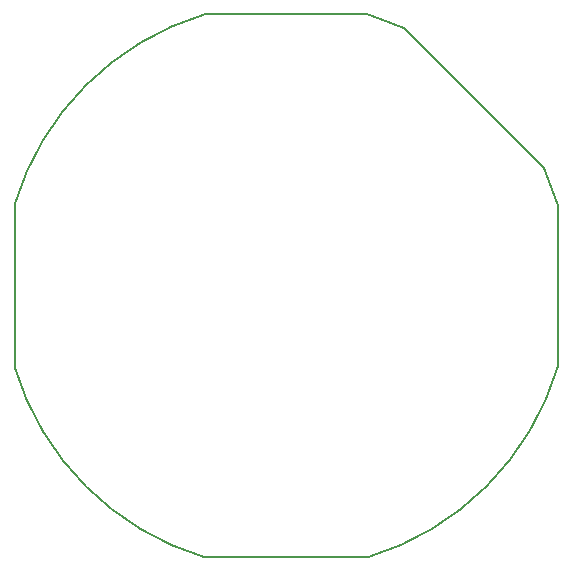
<source format=gm1>
%TF.GenerationSoftware,KiCad,Pcbnew,9.0.4*%
%TF.CreationDate,2026-01-16T02:39:09-08:00*%
%TF.ProjectId,u_anemometer,755f616e-656d-46f6-9d65-7465722e6b69,rev?*%
%TF.SameCoordinates,Original*%
%TF.FileFunction,Profile,NP*%
%FSLAX46Y46*%
G04 Gerber Fmt 4.6, Leading zero omitted, Abs format (unit mm)*
G04 Created by KiCad (PCBNEW 9.0.4) date 2026-01-16 02:39:09*
%MOMM*%
%LPD*%
G01*
G04 APERTURE LIST*
%TA.AperFunction,Profile*%
%ADD10C,0.150000*%
%TD*%
G04 APERTURE END LIST*
D10*
X173004995Y-116837469D02*
G75*
G02*
X156855495Y-132999503I-23004535J6837189D01*
G01*
X171825073Y-100019573D02*
G75*
G02*
X173007506Y-103172506I-21890573J-10007727D01*
G01*
X150000000Y-132999500D02*
X143147295Y-133002003D01*
X150000000Y-87000500D02*
X143137007Y-87003000D01*
X127003000Y-103137008D02*
G75*
G02*
X143137007Y-87003000I22997000J-6862992D01*
G01*
X143147295Y-133002003D02*
G75*
G02*
X127000463Y-116860507I6852305J23001403D01*
G01*
X150000000Y-87000500D02*
X156857170Y-87000500D01*
X156857170Y-87000500D02*
G75*
G02*
X159997495Y-88181505I-6855770J-22995300D01*
G01*
X172999500Y-110000000D02*
X173007500Y-103172508D01*
X172999500Y-110000000D02*
X173004995Y-116837469D01*
X150000000Y-132999500D02*
X156855494Y-132999500D01*
X127000500Y-110000000D02*
X127003000Y-103137008D01*
X171825073Y-100019573D02*
X159997498Y-88181499D01*
X127000500Y-110000000D02*
X127000500Y-116860496D01*
M02*

</source>
